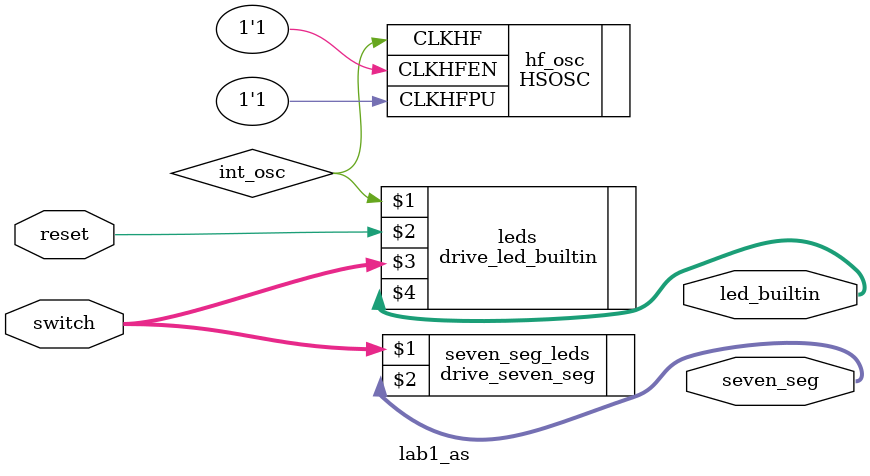
<source format=sv>
/* 
Name: Aabhas Senapati
Email: asenapati@hmc.edu
Date: 02-09-2025

Aim: Top Module Code for Lab 1 to run the built-in leds, and drive seven segment display using the dip switches sw6 on board. 

*/

module lab1_as (input logic reset,
				input logic [3:0] switch,
				output logic [2:0] led_builtin,
				output logic [6:0] seven_seg);
	logic int_osc;
				
	// Internal high-speed oscillator
		 HSOSC #(.CLKHF_DIV(2'b01)) // This divides the 48 MHz internal clock into 24 MHz, as it divides the clock by 2^1
         hf_osc (.CLKHFPU(1'b1), .CLKHFEN(1'b1), .CLKHF(int_osc));
		 
		 
	// Driving the led _builtin module
	drive_led_builtin leds(int_osc, reset, switch, led_builtin);	
	drive_seven_seg seven_seg_leds(switch, seven_seg);

endmodule 
</source>
